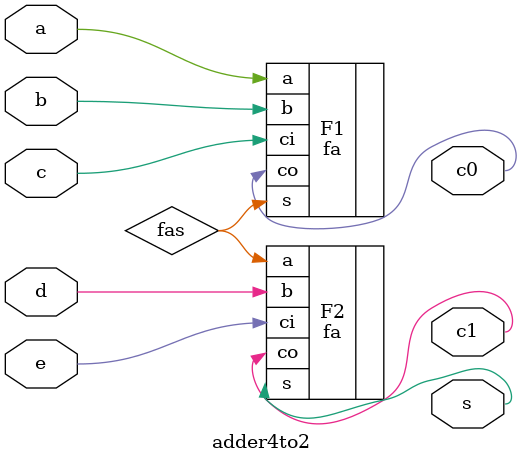
<source format=v>
module adder4to2 (
	input a,
	input b,
	input c,
	input d,
	input e,
	output c0,
	output c1,
	output s);
	
	wire fas;

	fa F1 (.a(a), .b(b), .ci(c), .co(c0), .s(fas));
	fa F2 (.a(fas), .b(d), .ci(e), .co(c1), .s(s));
endmodule
</source>
